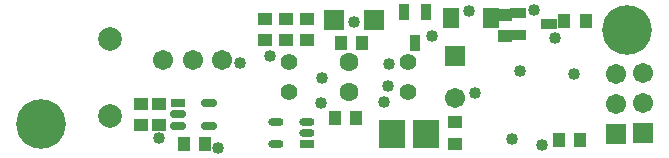
<source format=gts>
%FSTAX24Y24*%
%MOIN*%
G70*
G01*
G75*
G04 Layer_Color=8388736*
%ADD10O,0.0472X0.0217*%
%ADD11R,0.0472X0.0217*%
%ADD12R,0.0374X0.0315*%
%ADD13R,0.0630X0.0630*%
%ADD14R,0.0256X0.0472*%
%ADD15R,0.0472X0.0256*%
%ADD16R,0.0315X0.0374*%
%ADD17R,0.0492X0.0630*%
%ADD18R,0.0807X0.0886*%
G04:AMPARAMS|DCode=19|XSize=21.7mil|YSize=47.2mil|CornerRadius=0mil|HoleSize=0mil|Usage=FLASHONLY|Rotation=90.000|XOffset=0mil|YOffset=0mil|HoleType=Round|Shape=Octagon|*
%AMOCTAGOND19*
4,1,8,-0.0236,-0.0054,-0.0236,0.0054,-0.0182,0.0108,0.0182,0.0108,0.0236,0.0054,0.0236,-0.0054,0.0182,-0.0108,-0.0182,-0.0108,-0.0236,-0.0054,0.0*
%
%ADD19OCTAGOND19*%

%ADD20C,0.0100*%
%ADD21C,0.0709*%
%ADD22C,0.1575*%
%ADD23C,0.0591*%
%ADD24C,0.0472*%
%ADD25C,0.0551*%
%ADD26R,0.0591X0.0591*%
%ADD27C,0.0320*%
%ADD28O,0.0236X0.1200*%
%ADD29R,0.0236X0.1200*%
%ADD30O,0.0236X0.1204*%
%ADD31R,0.0630X0.0492*%
%ADD32C,0.0200*%
%ADD33C,0.0197*%
%ADD34C,0.0079*%
%ADD35C,0.0080*%
%ADD36C,0.0039*%
%ADD37C,0.0004*%
%ADD38C,0.0020*%
%ADD39C,0.0030*%
%ADD40O,0.0512X0.0256*%
%ADD41R,0.0512X0.0256*%
%ADD42R,0.0454X0.0395*%
%ADD43R,0.0710X0.0710*%
%ADD44R,0.0336X0.0552*%
%ADD45R,0.0552X0.0336*%
%ADD46R,0.0395X0.0454*%
%ADD47R,0.0572X0.0710*%
%ADD48R,0.0887X0.0966*%
G04:AMPARAMS|DCode=49|XSize=25.6mil|YSize=51.2mil|CornerRadius=0mil|HoleSize=0mil|Usage=FLASHONLY|Rotation=90.000|XOffset=0mil|YOffset=0mil|HoleType=Round|Shape=Octagon|*
%AMOCTAGOND49*
4,1,8,-0.0256,-0.0064,-0.0256,0.0064,-0.0192,0.0128,0.0192,0.0128,0.0256,0.0064,0.0256,-0.0064,0.0192,-0.0128,-0.0192,-0.0128,-0.0256,-0.0064,0.0*
%
%ADD49OCTAGOND49*%

%ADD50C,0.0789*%
%ADD51C,0.1655*%
%ADD52C,0.0671*%
%ADD53C,0.0552*%
%ADD54C,0.0631*%
%ADD55R,0.0671X0.0671*%
%ADD56C,0.0400*%
D40*
X23781Y141712D02*
D03*
Y14246D02*
D03*
X238844Y142086D02*
D03*
Y14246D02*
D03*
D41*
Y141712D02*
D03*
X234535Y14309D02*
D03*
D42*
X23745Y145196D02*
D03*
Y145904D02*
D03*
X23815Y145196D02*
D03*
Y145904D02*
D03*
X23885Y145196D02*
D03*
Y145904D02*
D03*
X243774Y14245D02*
D03*
Y141741D02*
D03*
X245465Y146034D02*
D03*
Y145326D02*
D03*
X233931Y142362D02*
D03*
Y143071D02*
D03*
X233322Y143071D02*
D03*
Y142362D02*
D03*
D43*
X241087Y145847D02*
D03*
X239749D02*
D03*
D44*
X242456Y145087D02*
D03*
X24283Y146132D02*
D03*
X242082D02*
D03*
D45*
X246928Y145726D02*
D03*
X245884Y1461D02*
D03*
Y145352D02*
D03*
D46*
X2405Y142606D02*
D03*
X239792D02*
D03*
X239972Y145096D02*
D03*
X24068D02*
D03*
X248135Y145816D02*
D03*
X247426D02*
D03*
X247948Y14185D02*
D03*
X247239D02*
D03*
X234758Y141732D02*
D03*
X235467D02*
D03*
D47*
X243636Y145944D02*
D03*
X244994D02*
D03*
D48*
X241688Y142056D02*
D03*
X24281D02*
D03*
D49*
X234535Y142342D02*
D03*
Y142716D02*
D03*
X235569Y142342D02*
D03*
Y14309D02*
D03*
D50*
X232288Y145235D02*
D03*
Y142676D02*
D03*
D51*
X229976Y142381D02*
D03*
X249532Y145531D02*
D03*
D52*
X236031Y14452D02*
D03*
X234041D02*
D03*
X235036D02*
D03*
X2438Y143267D02*
D03*
X250054Y144078D02*
D03*
Y143078D02*
D03*
X249139Y143077D02*
D03*
Y144077D02*
D03*
D53*
X238263Y143456D02*
D03*
Y144456D02*
D03*
X242229Y143456D02*
D03*
Y144456D02*
D03*
D54*
X24025Y144456D02*
D03*
Y143456D02*
D03*
D55*
X2438Y144645D02*
D03*
X250054Y142078D02*
D03*
X249139Y142077D02*
D03*
D56*
X241589Y144409D02*
D03*
X244267Y146151D02*
D03*
X241427Y143113D02*
D03*
X245694Y141899D02*
D03*
X237613Y144645D02*
D03*
X239355Y143917D02*
D03*
X236629Y144438D02*
D03*
X246669Y141702D02*
D03*
X247131Y145265D02*
D03*
X243016Y145334D02*
D03*
X240409Y145797D02*
D03*
X241536Y143646D02*
D03*
X244436Y143416D02*
D03*
X239316Y143106D02*
D03*
X245954Y144166D02*
D03*
X246406Y146206D02*
D03*
X247761Y144064D02*
D03*
X233913Y141929D02*
D03*
X235881Y141587D02*
D03*
M02*

</source>
